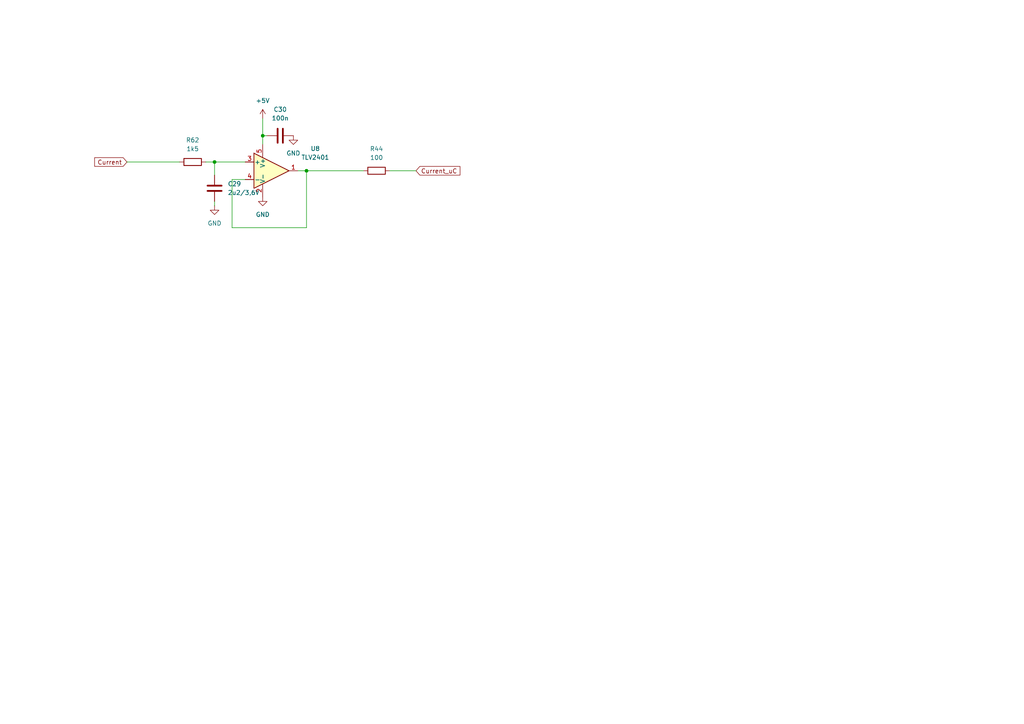
<source format=kicad_sch>
(kicad_sch (version 20250114) (generator "eeschema") (generator_version "9.0")
  (paper "A4")
  (lib_symbols
    (symbol "Amplifier_Operational:TLV9301xDBV" (pin_names (offset 0.127))
      (property "Reference" "U" (at -1.27 6.35 0))
      (property "Value" "TLV9301xDBV" (at -1.27 3.81 0))
      (symbol "TLV9301xDBV_0_1"
        (polyline (pts (xy -5.08 5.08) (xy 5.08 0) (xy -5.08 -5.08) (xy -5.08 5.08)) (stroke (width 0.254)) (fill (type background)))
        (pin power_in line (at -2.54 7.62 270) (length 3.81) (name "V+") (number "5"))
        (pin power_in line (at -2.54 -7.62 90) (length 3.81) (name "V-") (number "2"))
      )
      (symbol "TLV9301xDBV_1_1"
        (pin input line (at -7.62 2.54 0) (length 2.54) (name "+") (number "3"))
        (pin input line (at -7.62 -2.54 0) (length 2.54) (name "-") (number "4"))
        (pin output line (at 7.62 0 180) (length 2.54) (name "~") (number "1"))
      )
    )
    (symbol "Device:C" (pin_numbers (hide yes)) (pin_names (offset 0.254))
      (property "Reference" "C" (at 0.635 2.54 0))
      (property "Value" "C" (at 0.635 -2.54 0))
      (symbol "C_0_1"
        (polyline (pts (xy -2.032 0.762) (xy 2.032 0.762)) (stroke (width 0.508)))
        (polyline (pts (xy -2.032 -0.762) (xy 2.032 -0.762)) (stroke (width 0.508)))
      )
      (symbol "C_1_1"
        (pin passive line (at 0 3.81 270) (length 2.794) (name "~") (number "1"))
        (pin passive line (at 0 -3.81 90) (length 2.794) (name "~") (number "2"))
      )
    )
    (symbol "Device:R" (pin_numbers (hide yes)) (pin_names (offset 0))
      (property "Reference" "R" (at 2.032 0 90))
      (property "Value" "R" (at 0 0 90))
      (symbol "R_0_1"
        (rectangle (start -1.016 -2.54) (end 1.016 2.54) (stroke (width 0.254)))
      )
      (symbol "R_1_1"
        (pin passive line (at 0 3.81 270) (length 1.27) (name "~") (number "1"))
        (pin passive line (at 0 -3.81 90) (length 1.27) (name "~") (number "2"))
      )
    )
    (symbol "power:+5V" (power) (pin_numbers (hide yes)) (pin_names (offset 0) (hide yes))
      (property "Value" "+5V" (at 0 3.556 0))
      (symbol "+5V_0_1"
        (polyline (pts (xy -0.762 1.27) (xy 0 2.54)))
        (polyline (pts (xy 0 2.54) (xy 0.762 1.27)))
        (polyline (pts (xy 0 0) (xy 0 2.54)))
      )
      (symbol "+5V_1_1"
        (pin power_in line (at 0 0 90) (length 0) (name "~") (number "1"))
      )
    )
    (symbol "power:GND" (power) (pin_numbers (hide yes)) (pin_names (offset 0) (hide yes))
      (property "Value" "GND" (at 0 -3.81 0))
      (symbol "GND_0_1"
        (polyline (pts (xy 0 0) (xy 0 -1.27) (xy 1.27 -1.27) (xy 0 -2.54) (xy -1.27 -1.27) (xy 0 -1.27)))
      )
      (symbol "GND_1_1"
        (pin power_in line (at 0 0 270) (length 0) (name "~") (number "1"))
      )
    )
  )
  (junction (at 62.23 46.99))
  (junction (at 76.2 39.37))
  (junction (at 88.9 49.53))
  (wire (pts (xy 59.69 46.99) (xy 62.23 46.99)))
  (wire (pts (xy 62.23 46.99) (xy 71.12 46.99)))
  (wire (pts (xy 67.31 52.07) (xy 67.31 66.04)))
  (wire (pts (xy 76.2 39.37) (xy 76.2 41.91)))
  (wire (pts (xy 62.23 58.42) (xy 62.23 59.69)))
  (wire (pts (xy 88.9 49.53) (xy 105.41 49.53)))
  (wire (pts (xy 62.23 46.99) (xy 62.23 50.8)))
  (wire (pts (xy 36.83 46.99) (xy 52.07 46.99)))
  (wire (pts (xy 71.12 52.07) (xy 67.31 52.07)))
  (wire (pts (xy 88.9 49.53) (xy 88.9 66.04)))
  (wire (pts (xy 76.2 39.37) (xy 77.47 39.37)))
  (wire (pts (xy 86.36 49.53) (xy 88.9 49.53)))
  (wire (pts (xy 76.2 34.29) (xy 76.2 39.37)))
  (wire (pts (xy 67.31 66.04) (xy 88.9 66.04)))
  (wire (pts (xy 113.03 49.53) (xy 120.65 49.53)))
  (global_label "Current_uC" (shape input) (at 120.65 49.53 0) (property "Intersheetrefs" "${INTERSHEET_REFS}" (effects (hide yes))))
  (global_label "Current" (shape input) (at 36.83 46.99 180) (property "Intersheetrefs" "${INTERSHEET_REFS}" (effects (hide yes))))
  (symbol (lib_id "Device:C") (at 81.28 39.37 90) (unit 1)
    (property "Reference" "C30" (at 81.28 31.75 90))
    (property "Value" "100n" (at 81.28 34.29 90))
    (property "Footprint" "Capacitor_SMD:C_0603_1608Metric_Pad1.08x0.95mm_HandSolder" (effects (hide yes)))
    (property "Description" "Unpolarized capacitor" (effects (hide yes)))
  )
  (symbol (lib_id "Device:R") (at 55.88 46.99 90) (unit 1)
    (property "Reference" "R62" (at 55.88 40.64 90))
    (property "Value" "1k5" (at 55.88 43.18 90))
    (property "Footprint" "Resistor_SMD:R_0603_1608Metric_Pad0.98x0.95mm_HandSolder" (effects (hide yes)))
    (property "Description" "Resistor" (effects (hide yes)))
  )
  (symbol (lib_id "Amplifier_Operational:TLV9301xDBV") (at 78.74 49.53 0) (unit 1)
    (property "Reference" "U8" (at 91.44 43.1098 0))
    (property "Value" "TLV2401" (at 91.44 45.6498 0))
    (property "Footprint" "Package_TO_SOT_SMD:SOT-23-5_HandSoldering" (effects (hide yes)))
    (property "Datasheet" "https://www.ti.com/lit/ds/symlink/tlv9301.pdf" (effects (hide yes)))
    (property "Description" "40-V, 1-MHz, RRO Operational Amplifiers for Cost-Sensitive Systems, SOT-23-5" (effects (hide yes)))
  )
  (symbol (lib_id "power:+5V") (at 76.2 34.29 0) (unit 1)
    (property "Reference" "#PWR076" (effects (hide yes)))
    (property "Value" "+5V" (at 76.2 29.21 0))
    (property "Description" "Power symbol creates a global label with name \"+5V\"" (effects (hide yes)))
  )
  (symbol (lib_id "power:GND") (at 85.09 39.37 0) (unit 1)
    (property "Reference" "#PWR078" (effects (hide yes)))
    (property "Value" "GND" (at 85.09 44.45 0))
    (property "Description" "Power symbol creates a global label with name \"GND\" , ground" (effects (hide yes)))
  )
  (symbol (lib_id "Device:R") (at 109.22 49.53 90) (unit 1)
    (property "Reference" "R44" (at 109.22 43.18 90))
    (property "Value" "100" (at 109.22 45.72 90))
    (property "Footprint" "Resistor_SMD:R_0603_1608Metric_Pad0.98x0.95mm_HandSolder" (effects (hide yes)))
    (property "Description" "Resistor" (effects (hide yes)))
  )
  (symbol (lib_id "power:GND") (at 62.23 59.69 0) (unit 1)
    (property "Reference" "#PWR075" (effects (hide yes)))
    (property "Value" "GND" (at 62.23 64.77 0))
    (property "Description" "Power symbol creates a global label with name \"GND\" , ground" (effects (hide yes)))
  )
  (symbol (lib_id "power:GND") (at 76.2 57.15 0) (unit 1)
    (property "Reference" "#PWR077" (effects (hide yes)))
    (property "Value" "GND" (at 76.2 62.23 0))
    (property "Description" "Power symbol creates a global label with name \"GND\" , ground" (effects (hide yes)))
  )
  (symbol (lib_id "Device:C") (at 62.23 54.61 0) (unit 1)
    (property "Reference" "C29" (at 66.04 53.3399 0) (effects (justify left)))
    (property "Value" "2u2/3,6V" (at 66.04 55.8799 0) (effects (justify left)))
    (property "Footprint" "Capacitor_SMD:C_0603_1608Metric_Pad1.08x0.95mm_HandSolder" (effects (hide yes)))
    (property "Description" "Unpolarized capacitor" (effects (hide yes)))
  )
)
</source>
